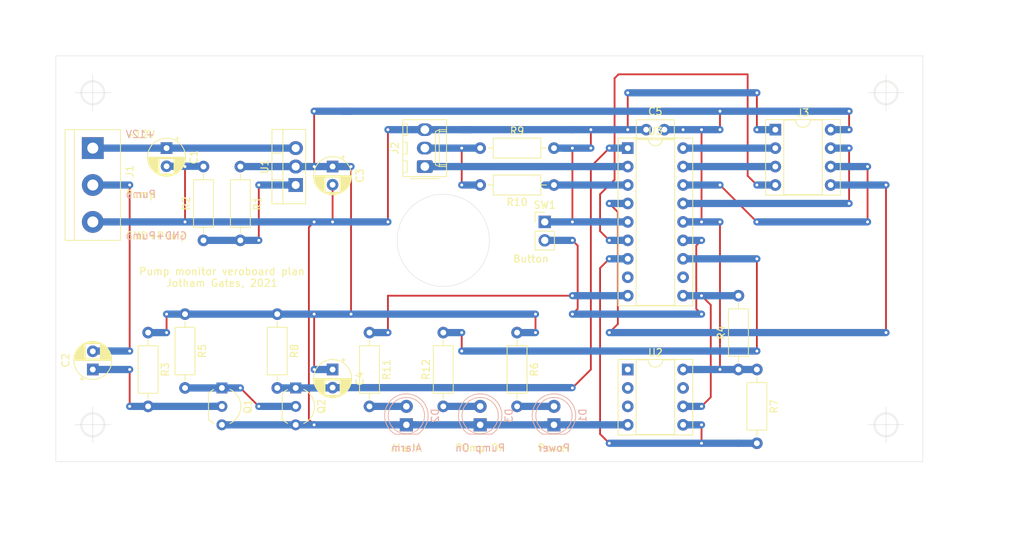
<source format=kicad_pcb>
(kicad_pcb (version 20211014) (generator pcbnew)
  (layers (0 "F.Cu" signal) (31 "B.Cu" signal) (34 "B.Paste" user) (35 "F.Paste" user) (36 "B.SilkS" user "B.Silkscreen") (37 "F.SilkS" user "F.Silkscreen") (38 "B.Mask" user) (39 "F.Mask" user) (44 "Edge.Cuts" user))
  (net 0 "")
  (net 1 "Earth")
  (net 2 "+12V")
  (net 3 "Net-(J1-Pad2)")
  (net 4 "Net-(Q1-Pad2)")
  (net 5 "+3V3")
  (net 6 "Net-(Q2-Pad1)")
  (net 7 "Net-(D1-Pad2)")
  (net 8 "Net-(D2-Pad2)")
  (net 9 "Net-(D3-Pad2)")
  (net 10 "Net-(J2-Pad2)")
  (net 11 "Net-(J3-Pad4)")
  (net 12 "Net-(J3-Pad7)")
  (net 13 "Net-(J3-Pad3)")
  (net 14 "Net-(J3-Pad6)")
  (net 15 "Net-(J3-Pad2)")
  (net 16 "Net-(J3-Pad5)")
  (net 17 "Net-(Q1-Pad1)")
  (net 18 "Net-(R1-Pad2)")
  (net 19 "Net-(R4-Pad2)")
  (net 20 "Net-(R7-Pad2)")
  (net 21 "Net-(R10-Pad1)")
  (net 22 "Net-(R11-Pad1)")
  (net 23 "Net-(R12-Pad2)")
  (net 24 "Net-(SW1-Pad2)")
  (net 31 "Net-(J2-Pad1)")
  (footprint "Capacitor_THT:CP_Radial_D5.0mm_P2.50mm" (layer "F.Cu") (at 109.22 109.22 -90)
    (fp_text reference "C1" (at 1.25 -3.75 90) (layer "F.SilkS"))
    (fp_text value "100u")
    (pad "1" thru_hole rect locked (at 0 0 270) (size 1.6 1.6) (drill 0.8) (layers *.Cu *.Mask) (net 2 "+12V"))
    (pad "2" thru_hole circle locked (at 2.5 0 270) (size 1.6 1.6) (drill 0.8) (layers *.Cu *.Mask) (net 1 "Earth"))
  )
  (footprint "Capacitor_THT:CP_Radial_D5.0mm_P2.50mm" (layer "F.Cu") (at 99.06 139.7 90)
    (fp_text reference "C2" (at 1.25 -3.75 90) (layer "F.SilkS"))
    (fp_text value "10u")
    (pad "1" thru_hole rect locked (at 0 0 90) (size 1.6 1.6) (drill 0.8) (layers *.Cu *.Mask) (net 4 "Net-(Q1-Pad2)"))
    (pad "2" thru_hole circle locked (at 2.5 0 90) (size 1.6 1.6) (drill 0.8) (layers *.Cu *.Mask) (net 3 "Net-(J1-Pad2)"))
  )
  (footprint "Capacitor_THT:CP_Radial_D5.0mm_P2.50mm" (layer "F.Cu") (at 132.08 111.76 -90)
    (fp_text reference "C3" (at 1.25 -3.75 90) (layer "F.SilkS"))
    (fp_text value "100u")
    (pad "1" thru_hole rect locked (at 0 0 270) (size 1.6 1.6) (drill 0.8) (layers *.Cu *.Mask) (net 5 "+3V3"))
    (pad "2" thru_hole circle locked (at 2.5 0 270) (size 1.6 1.6) (drill 0.8) (layers *.Cu *.Mask) (net 1 "Earth"))
  )
  (footprint "Capacitor_THT:CP_Radial_D5.0mm_P2.50mm" (layer "F.Cu") (at 132.08 139.7 -90)
    (fp_text reference "C4" (at 1.25 -3.75 90) (layer "F.SilkS"))
    (fp_text value "33u")
    (pad "1" thru_hole rect locked (at 0 0 270) (size 1.6 1.6) (drill 0.8) (layers *.Cu *.Mask) (net 5 "+3V3"))
    (pad "2" thru_hole circle locked (at 2.5 0 270) (size 1.6 1.6) (drill 0.8) (layers *.Cu *.Mask) (net 6 "Net-(Q2-Pad1)"))
  )
  (footprint "TerminalBlock:TerminalBlock_bornier-3_P5.08mm" (layer "F.Cu") (at 99.06 109.22 -90)
    (fp_text reference "J1" (at 3.175 -5.08 90) (layer "F.SilkS"))
    (fp_text value "Power & Current Sense")
    (pad "1" thru_hole rect locked (at 0 0 270) (size 3 3) (drill 1.52) (layers *.Cu *.Mask) (net 2 "+12V"))
    (pad "2" thru_hole circle locked (at 5.08 0 270) (size 3 3) (drill 1.52) (layers *.Cu *.Mask) (net 3 "Net-(J1-Pad2)"))
    (pad "3" thru_hole circle locked (at 10.16 0 270) (size 3 3) (drill 1.52) (layers *.Cu *.Mask) (net 1 "Earth"))
  )
  (footprint "Connector_Molex:Molex_KK-254_AE-6410-03A_1x03_P2.54mm_Vertical" (layer "F.Cu") (at 144.78 111.76 90)
    (fp_text reference "J2" (at 2.54 -4.12 90) (layer "F.SilkS"))
    (fp_text value "Programming")
    (pad "1" thru_hole roundrect locked (at 0 0 90) (size 1.74 2.19) (drill 1.19) (layers *.Cu *.Mask) (roundrect_rratio 0.1436775862) (net 31 "Net-(J2-Pad1)"))
    (pad "2" thru_hole oval locked (at 2.54 0 90) (size 1.74 2.19) (drill 1.19) (layers *.Cu *.Mask) (net 10 "Net-(J2-Pad2)"))
    (pad "3" thru_hole oval locked (at 5.08 0 90) (size 1.74 2.19) (drill 1.19) (layers *.Cu *.Mask) (net 1 "Earth"))
  )
  (footprint "Package_DIP:DIP-8_W7.62mm_Socket" (layer "F.Cu") (at 193.04 106.68)
    (fp_text reference "J3" (at 3.81 -2.33) (layer "F.SilkS"))
    (fp_text value "Ra01_Breakout_Module")
    (pad "1" thru_hole rect locked (at 0 0) (size 1.6 1.6) (drill 0.8) (layers *.Cu *.Mask) (net 1 "Earth"))
    (pad "2" thru_hole oval locked (at 0 2.54) (size 1.6 1.6) (drill 0.8) (layers *.Cu *.Mask) (net 15 "Net-(J3-Pad2)"))
    (pad "3" thru_hole oval locked (at 0 5.08) (size 1.6 1.6) (drill 0.8) (layers *.Cu *.Mask) (net 13 "Net-(J3-Pad3)"))
    (pad "4" thru_hole oval locked (at 0 7.62) (size 1.6 1.6) (drill 0.8) (layers *.Cu *.Mask) (net 11 "Net-(J3-Pad4)"))
    (pad "5" thru_hole oval locked (at 7.62 7.62) (size 1.6 1.6) (drill 0.8) (layers *.Cu *.Mask) (net 16 "Net-(J3-Pad5)"))
    (pad "6" thru_hole oval locked (at 7.62 5.08) (size 1.6 1.6) (drill 0.8) (layers *.Cu *.Mask) (net 14 "Net-(J3-Pad6)"))
    (pad "7" thru_hole oval locked (at 7.62 2.54) (size 1.6 1.6) (drill 0.8) (layers *.Cu *.Mask) (net 12 "Net-(J3-Pad7)"))
    (pad "8" thru_hole oval locked (at 7.62 0) (size 1.6 1.6) (drill 0.8) (layers *.Cu *.Mask) (net 5 "+3V3"))
  )
  (footprint "Package_TO_SOT_THT:TO-92_Inline_Wide" (layer "F.Cu") (at 116.84 142.24 -90)
    (fp_text reference "Q1" (at 2.54 -3.56 90) (layer "F.SilkS"))
    (fp_text value "BC548")
    (pad "1" thru_hole rect locked (at 0 0 270) (size 1.5 1.5) (drill 0.8) (layers *.Cu *.Mask) (net 17 "Net-(Q1-Pad1)"))
    (pad "2" thru_hole circle locked (at 2.54 0 270) (size 1.5 1.5) (drill 0.8) (layers *.Cu *.Mask) (net 4 "Net-(Q1-Pad2)"))
    (pad "3" thru_hole circle locked (at 5.08 0 270) (size 1.5 1.5) (drill 0.8) (layers *.Cu *.Mask) (net 1 "Earth"))
  )
  (footprint "Package_TO_SOT_THT:TO-92_Inline_Wide" (layer "F.Cu") (at 127 142.24 -90)
    (fp_text reference "Q2" (at 2.54 -3.56 90) (layer "F.SilkS"))
    (fp_text value "BC548")
    (pad "1" thru_hole rect locked (at 0 0 270) (size 1.5 1.5) (drill 0.8) (layers *.Cu *.Mask) (net 6 "Net-(Q2-Pad1)"))
    (pad "2" thru_hole circle locked (at 2.54 0 270) (size 1.5 1.5) (drill 0.8) (layers *.Cu *.Mask) (net 17 "Net-(Q1-Pad1)"))
    (pad "3" thru_hole circle locked (at 5.08 0 270) (size 1.5 1.5) (drill 0.8) (layers *.Cu *.Mask) (net 1 "Earth"))
  )
  (footprint "Resistor_THT:R_Axial_DIN0207_L6.3mm_D2.5mm_P10.16mm_Horizontal" (layer "F.Cu") (at 119.38 111.76 -90)
    (fp_text reference "R1" (at 5.08 -2.37 90) (layer "F.SilkS"))
    (fp_text value "270")
    (pad "1" thru_hole circle locked (at 0 0 270) (size 1.6 1.6) (drill 0.8) (layers *.Cu *.Mask) (net 5 "+3V3"))
    (pad "2" thru_hole oval locked (at 10.16 0 270) (size 1.6 1.6) (drill 0.8) (layers *.Cu *.Mask) (net 18 "Net-(R1-Pad2)"))
  )
  (footprint "Resistor_THT:R_Axial_DIN0207_L6.3mm_D2.5mm_P10.16mm_Horizontal" (layer "F.Cu") (at 114.3 121.92 90)
    (fp_text reference "R2" (at 5.08 -2.37 90) (layer "F.SilkS"))
    (fp_text value "470")
    (pad "1" thru_hole circle locked (at 0 0 90) (size 1.6 1.6) (drill 0.8) (layers *.Cu *.Mask) (net 18 "Net-(R1-Pad2)"))
    (pad "2" thru_hole oval locked (at 10.16 0 90) (size 1.6 1.6) (drill 0.8) (layers *.Cu *.Mask) (net 1 "Earth"))
  )
  (footprint "Resistor_THT:R_Axial_DIN0207_L6.3mm_D2.5mm_P10.16mm_Horizontal" (layer "F.Cu") (at 106.68 134.62 -90)
    (fp_text reference "R3" (at 5.08 -2.37 90) (layer "F.SilkS"))
    (fp_text value "220k")
    (pad "1" thru_hole circle locked (at 0 0 270) (size 1.6 1.6) (drill 0.8) (layers *.Cu *.Mask) (net 5 "+3V3"))
    (pad "2" thru_hole oval locked (at 10.16 0 270) (size 1.6 1.6) (drill 0.8) (layers *.Cu *.Mask) (net 4 "Net-(Q1-Pad2)"))
  )
  (footprint "Resistor_THT:R_Axial_DIN0207_L6.3mm_D2.5mm_P10.16mm_Horizontal" (layer "F.Cu") (at 111.76 132.08 -90)
    (fp_text reference "R5" (at 5.08 -2.37 90) (layer "F.SilkS"))
    (fp_text value "2.2k")
    (pad "1" thru_hole circle locked (at 0 0 270) (size 1.6 1.6) (drill 0.8) (layers *.Cu *.Mask) (net 5 "+3V3"))
    (pad "2" thru_hole oval locked (at 10.16 0 270) (size 1.6 1.6) (drill 0.8) (layers *.Cu *.Mask) (net 17 "Net-(Q1-Pad1)"))
  )
  (footprint "Resistor_THT:R_Axial_DIN0207_L6.3mm_D2.5mm_P10.16mm_Horizontal" (layer "F.Cu") (at 157.48 134.62 -90)
    (fp_text reference "R6" (at 5.08 -2.37 90) (layer "F.SilkS"))
    (fp_text value "150")
    (pad "1" thru_hole circle locked (at 0 0 270) (size 1.6 1.6) (drill 0.8) (layers *.Cu *.Mask) (net 5 "+3V3"))
    (pad "2" thru_hole oval locked (at 10.16 0 270) (size 1.6 1.6) (drill 0.8) (layers *.Cu *.Mask) (net 7 "Net-(D1-Pad2)"))
  )
  (footprint "Resistor_THT:R_Axial_DIN0207_L6.3mm_D2.5mm_P10.16mm_Horizontal" (layer "F.Cu") (at 124.46 132.08 -90)
    (fp_text reference "R8" (at 5.08 -2.37 90) (layer "F.SilkS"))
    (fp_text value "2.2k")
    (pad "1" thru_hole circle locked (at 0 0 270) (size 1.6 1.6) (drill 0.8) (layers *.Cu *.Mask) (net 5 "+3V3"))
    (pad "2" thru_hole oval locked (at 10.16 0 270) (size 1.6 1.6) (drill 0.8) (layers *.Cu *.Mask) (net 6 "Net-(Q2-Pad1)"))
  )
  (footprint "Resistor_THT:R_Axial_DIN0207_L6.3mm_D2.5mm_P10.16mm_Horizontal" (layer "F.Cu") (at 152.4 109.22)
    (fp_text reference "R9" (at 5.08 -2.37) (layer "F.SilkS"))
    (fp_text value "10k")
    (pad "1" thru_hole circle locked (at 0 0) (size 1.6 1.6) (drill 0.8) (layers *.Cu *.Mask) (net 10 "Net-(J2-Pad2)"))
    (pad "2" thru_hole oval locked (at 10.16 0) (size 1.6 1.6) (drill 0.8) (layers *.Cu *.Mask) (net 1 "Earth"))
  )
  (footprint "Resistor_THT:R_Axial_DIN0207_L6.3mm_D2.5mm_P10.16mm_Horizontal" (layer "F.Cu") (at 162.56 114.3 180)
    (fp_text reference "R10" (at 5.08 -2.37) (layer "F.SilkS"))
    (fp_text value "22k")
    (pad "1" thru_hole circle locked (at 0 0 180) (size 1.6 1.6) (drill 0.8) (layers *.Cu *.Mask) (net 21 "Net-(R10-Pad1)"))
    (pad "2" thru_hole oval locked (at 10.16 0 180) (size 1.6 1.6) (drill 0.8) (layers *.Cu *.Mask) (net 10 "Net-(J2-Pad2)"))
  )
  (footprint "Resistor_THT:R_Axial_DIN0207_L6.3mm_D2.5mm_P10.16mm_Horizontal" (layer "F.Cu") (at 137.16 134.62 -90)
    (fp_text reference "R11" (at 5.08 -2.37 90) (layer "F.SilkS"))
    (fp_text value "180")
    (pad "1" thru_hole circle locked (at 0 0 270) (size 1.6 1.6) (drill 0.8) (layers *.Cu *.Mask) (net 22 "Net-(R11-Pad1)"))
    (pad "2" thru_hole oval locked (at 10.16 0 270) (size 1.6 1.6) (drill 0.8) (layers *.Cu *.Mask) (net 8 "Net-(D2-Pad2)"))
  )
  (footprint "Resistor_THT:R_Axial_DIN0207_L6.3mm_D2.5mm_P10.16mm_Horizontal" (layer "F.Cu") (at 147.32 144.78 90)
    (fp_text reference "R12" (at 5.08 -2.37 90) (layer "F.SilkS"))
    (fp_text value "150")
    (pad "1" thru_hole circle locked (at 0 0 90) (size 1.6 1.6) (drill 0.8) (layers *.Cu *.Mask) (net 9 "Net-(D3-Pad2)"))
    (pad "2" thru_hole oval locked (at 10.16 0 90) (size 1.6 1.6) (drill 0.8) (layers *.Cu *.Mask) (net 23 "Net-(R12-Pad2)"))
  )
  (footprint "Connector_PinHeader_2.54mm:PinHeader_1x02_P2.54mm_Vertical" (layer "F.Cu") (at 161.29 119.38)
    (fp_text reference "SW1" (at 0 -2.33) (layer "F.SilkS"))
    (fp_text value "SW_Push")
    (pad "1" thru_hole rect locked (at 0 0) (size 1.7 1.7) (drill 1) (layers *.Cu *.Mask) (net 1 "Earth"))
    (pad "2" thru_hole oval locked (at 0 2.54) (size 1.7 1.7) (drill 1) (layers *.Cu *.Mask) (net 24 "Net-(SW1-Pad2)"))
  )
  (footprint "Package_TO_SOT_THT:TO-220-3_Vertical" (layer "F.Cu") (at 127 114.3 90)
    (fp_text reference "U1" (at 2.54 -4.27 90) (layer "F.SilkS"))
    (fp_text value "LM317_TO-220")
    (pad "1" thru_hole rect locked (at 0 0 90) (size 1.905 2) (drill 1.1) (layers *.Cu *.Mask) (net 18 "Net-(R1-Pad2)"))
    (pad "2" thru_hole oval locked (at 2.54 0 90) (size 1.905 2) (drill 1.1) (layers *.Cu *.Mask) (net 5 "+3V3"))
    (pad "3" thru_hole oval locked (at 5.08 0 90) (size 1.905 2) (drill 1.1) (layers *.Cu *.Mask) (net 2 "+12V"))
  )
  (footprint "Package_DIP:DIP-18_W7.62mm_Socket" (layer "F.Cu") (at 172.72 109.22)
    (fp_text reference "U3" (at 3.81 -2.33) (layer "F.SilkS"))
    (fp_text value "PICAXE-18M2")
    (pad "1" thru_hole rect locked (at 0 0) (size 1.6 1.6) (drill 0.8) (layers *.Cu *.Mask) (net 6 "Net-(Q2-Pad1)"))
    (pad "2" thru_hole oval locked (at 0 2.54) (size 1.6 1.6) (drill 0.8) (layers *.Cu *.Mask) (net 31 "Net-(J2-Pad1)"))
    (pad "3" thru_hole oval locked (at 0 5.08) (size 1.6 1.6) (drill 0.8) (layers *.Cu *.Mask) (net 21 "Net-(R10-Pad1)"))
    (pad "4" thru_hole oval locked (at 0 7.62) (size 1.6 1.6) (drill 0.8) (layers *.Cu *.Mask) (net 16 "Net-(J3-Pad5)"))
    (pad "5" thru_hole oval locked (at 0 10.16) (size 1.6 1.6) (drill 0.8) (layers *.Cu *.Mask) (net 1 "Earth"))
    (pad "6" thru_hole oval locked (at 0 12.7) (size 1.6 1.6) (drill 0.8) (layers *.Cu *.Mask) (net 11 "Net-(J3-Pad4)"))
    (pad "7" thru_hole oval locked (at 0 15.24) (size 1.6 1.6) (drill 0.8) (layers *.Cu *.Mask) (net 20 "Net-(R7-Pad2)"))
    (pad "8" thru_hole oval locked (at 0 17.78) (size 1.6 1.6) (drill 0.8) (layers *.Cu *.Mask))
    (pad "9" thru_hole oval locked (at 0 20.32) (size 1.6 1.6) (drill 0.8) (layers *.Cu *.Mask) (net 22 "Net-(R11-Pad1)"))
    (pad "10" thru_hole oval locked (at 7.62 20.32) (size 1.6 1.6) (drill 0.8) (layers *.Cu *.Mask) (net 19 "Net-(R4-Pad2)"))
    (pad "11" thru_hole oval locked (at 7.62 17.78) (size 1.6 1.6) (drill 0.8) (layers *.Cu *.Mask))
    (pad "12" thru_hole oval locked (at 7.62 15.24) (size 1.6 1.6) (drill 0.8) (layers *.Cu *.Mask) (net 23 "Net-(R12-Pad2)"))
    (pad "13" thru_hole oval locked (at 7.62 12.7) (size 1.6 1.6) (drill 0.8) (layers *.Cu *.Mask) (net 24 "Net-(SW1-Pad2)"))
    (pad "14" thru_hole oval locked (at 7.62 10.16) (size 1.6 1.6) (drill 0.8) (layers *.Cu *.Mask) (net 5 "+3V3"))
    (pad "15" thru_hole oval locked (at 7.62 7.62) (size 1.6 1.6) (drill 0.8) (layers *.Cu *.Mask) (net 12 "Net-(J3-Pad7)"))
    (pad "16" thru_hole oval locked (at 7.62 5.08) (size 1.6 1.6) (drill 0.8) (layers *.Cu *.Mask) (net 14 "Net-(J3-Pad6)"))
    (pad "17" thru_hole oval locked (at 7.62 2.54) (size 1.6 1.6) (drill 0.8) (layers *.Cu *.Mask) (net 13 "Net-(J3-Pad3)"))
    (pad "18" thru_hole oval locked (at 7.62 0) (size 1.6 1.6) (drill 0.8) (layers *.Cu *.Mask) (net 15 "Net-(J3-Pad2)"))
  )
  (footprint "Resistor_THT:R_Axial_DIN0207_L6.3mm_D2.5mm_P10.16mm_Horizontal" (layer "F.Cu") (at 190.5 139.7 -90)
    (fp_text reference "R7" (at 5.08 -2.37 90) (layer "F.SilkS"))
    (fp_text value "10k")
    (pad "1" thru_hole circle locked (at 0 0 270) (size 1.6 1.6) (drill 0.8) (layers *.Cu *.Mask) (net 5 "+3V3"))
    (pad "2" thru_hole oval locked (at 10.16 0 270) (size 1.6 1.6) (drill 0.8) (layers *.Cu *.Mask) (net 20 "Net-(R7-Pad2)"))
  )
  (footprint "Capacitor_THT:C_Disc_D5.0mm_W2.5mm_P2.50mm" (layer "F.Cu") (at 175.26 106.68)
    (fp_text reference "C5" (at 1.25 -2.5) (layer "F.SilkS"))
    (fp_text value "100n")
    (pad "1" thru_hole circle locked (at 0 0) (size 1.6 1.6) (drill 0.8) (layers *.Cu *.Mask) (net 1 "Earth"))
    (pad "2" thru_hole circle locked (at 2.5 0) (size 1.6 1.6) (drill 0.8) (layers *.Cu *.Mask) (net 5 "+3V3"))
  )
  (footprint "Resistor_THT:R_Axial_DIN0207_L6.3mm_D2.5mm_P10.16mm_Horizontal" (layer "F.Cu") (at 187.96 139.7 90)
    (fp_text reference "R4" (at 5.08 -2.37 90) (layer "F.SilkS"))
    (fp_text value "10k")
    (pad "1" thru_hole circle locked (at 0 0 90) (size 1.6 1.6) (drill 0.8) (layers *.Cu *.Mask) (net 5 "+3V3"))
    (pad "2" thru_hole oval locked (at 10.16 0 90) (size 1.6 1.6) (drill 0.8) (layers *.Cu *.Mask) (net 19 "Net-(R4-Pad2)"))
  )
  (footprint "Package_DIP:DIP-8_W7.62mm_Socket" (layer "F.Cu") (at 172.72 139.7)
    (fp_text reference "U2" (at 3.81 -2.33) (layer "F.SilkS"))
    (fp_text value "24LC16")
    (pad "1" thru_hole rect locked (at 0 0) (size 1.6 1.6) (drill 0.8) (layers *.Cu *.Mask))
    (pad "2" thru_hole oval locked (at 0 2.54) (size 1.6 1.6) (drill 0.8) (layers *.Cu *.Mask))
    (pad "3" thru_hole oval locked (at 0 5.08) (size 1.6 1.6) (drill 0.8) (layers *.Cu *.Mask))
    (pad "4" thru_hole oval locked (at 0 7.62) (size 1.6 1.6) (drill 0.8) (layers *.Cu *.Mask) (net 1 "Earth"))
    (pad "5" thru_hole oval locked (at 7.62 7.62) (size 1.6 1.6) (drill 0.8) (layers *.Cu *.Mask) (net 20 "Net-(R7-Pad2)"))
    (pad "6" thru_hole oval locked (at 7.62 5.08) (size 1.6 1.6) (drill 0.8) (layers *.Cu *.Mask) (net 19 "Net-(R4-Pad2)"))
    (pad "7" thru_hole oval locked (at 7.62 2.54) (size 1.6 1.6) (drill 0.8) (layers *.Cu *.Mask))
    (pad "8" thru_hole oval locked (at 7.62 0) (size 1.6 1.6) (drill 0.8) (layers *.Cu *.Mask) (net 5 "+3V3"))
  )
  (footprint "LED_THT:LED_D5.0mm_Clear" (layer "B.Cu") (at 162.56 147.32 90)
    (fp_text reference "D1" (at 1.27 3.96 270) (layer "B.SilkS") (effects (justify mirror)))
    (fp_text value "Power")
    (pad "1" thru_hole rect locked (at 0 0 90) (size 1.8 1.8) (drill 0.9) (layers *.Cu *.Mask) (net 1 "Earth"))
    (pad "2" thru_hole circle locked (at 2.54 0 90) (size 1.8 1.8) (drill 0.9) (layers *.Cu *.Mask) (net 7 "Net-(D1-Pad2)"))
  )
  (footprint "LED_THT:LED_D5.0mm_Clear" (layer "B.Cu") (at 142.24 147.32 90)
    (fp_text reference "D2" (at 1.27 3.96 270) (layer "B.SilkS") (effects (justify mirror)))
    (fp_text value "Alarm")
    (pad "1" thru_hole rect locked (at 0 0 90) (size 1.8 1.8) (drill 0.9) (layers *.Cu *.Mask) (net 1 "Earth"))
    (pad "2" thru_hole circle locked (at 2.54 0 90) (size 1.8 1.8) (drill 0.9) (layers *.Cu *.Mask) (net 8 "Net-(D2-Pad2)"))
  )
  (footprint "LED_THT:LED_D5.0mm_Clear" (layer "B.Cu") (at 152.4 147.32 90)
    (fp_text reference "D3" (at 1.27 3.96 270) (layer "B.SilkS") (effects (justify mirror)))
    (fp_text value "Pump On")
    (pad "1" thru_hole rect locked (at 0 0 90) (size 1.8 1.8) (drill 0.9) (layers *.Cu *.Mask) (net 1 "Earth"))
    (pad "2" thru_hole circle locked (at 2.54 0 90) (size 1.8 1.8) (drill 0.9) (layers *.Cu *.Mask) (net 9 "Net-(D3-Pad2)"))
  )
  (gr_line (start 93.98 96.52) (end 93.98 152.4) (layer "Edge.Cuts") (width 0.05))
  (gr_line (start 213.36 96.52) (end 93.98 96.52) (layer "Edge.Cuts") (width 0.05))
  (gr_circle (center 99.06 147.32) (end 100.56 147.32) (layer "Edge.Cuts") (width 0.05) (fill none))
  (gr_line (start 93.98 152.4) (end 213.36 152.4) (layer "Edge.Cuts") (width 0.05))
  (gr_circle (center 208.28 147.32) (end 209.78 147.32) (layer "Edge.Cuts") (width 0.05) (fill none))
  (gr_line (start 213.36 152.4) (end 213.36 96.52) (layer "Edge.Cuts") (width 0.05))
  (gr_circle (center 147.32 121.92) (end 153.67 121.92) (layer "Edge.Cuts") (width 0.05) (fill none))
  (gr_circle (center 208.28 101.6) (end 209.78 101.6) (layer "Edge.Cuts") (width 0.05) (fill none))
  (gr_circle (center 99.06 101.6) (end 100.56 101.6) (layer "Edge.Cuts") (width 0.05) (fill none))
  (gr_text "Pump On" (at 152.4 150.495) (layer "B.SilkS") (effects (font (size 1 1)) (justify mirror)))
  (gr_text "Alarm" (at 142.24 150.495) (layer "B.SilkS") (effects (font (size 1 1)) (justify mirror)))
  (gr_text "Power" (at 162.56 150.495) (layer "B.SilkS") (effects (font (size 1 1)) (justify mirror)))
  (gr_text "+12V" (at 103.505 107.315) (layer "B.SilkS") (effects (font (size 1 1)) (justify right mirror)))
  (gr_text "Pump" (at 103.505 115.57) (layer "B.SilkS") (effects (font (size 1 1)) (justify right mirror)))
  (gr_text "GND+Pump" (at 103.505 121.285) (layer "B.SilkS") (effects (font (size 1 1)) (justify right mirror)))
  (gr_text "+12V" (at 103.505 107.315) (layer "F.SilkS") (effects (font (size 1 1)) (justify left)))
  (gr_text "Power" (at 162.56 150.495) (layer "F.SilkS") (effects (font (size 1 1))))
  (gr_text "Pump monitor veroboard plan\nJotham Gates, 2021" (at 116.84 127) (layer "F.SilkS") (effects (font (size 1 1))))
  (gr_text "Pump On" (at 152.4 150.495) (layer "F.SilkS") (effects (font (size 1 1))))
  (gr_text "Pump" (at 103.505 115.57) (layer "F.SilkS") (effects (font (size 1 1)) (justify left)))
  (gr_text "Alarm" (at 142.24 150.495) (layer "F.SilkS") (effects (font (size 1 1))))
  (gr_text "GND+Pump" (at 103.505 121.285) (layer "F.SilkS") (effects (font (size 1 1)) (justify left)))
  (gr_text "Button" (at 159.385 124.46) (layer "F.SilkS") (effects (font (size 1 1))))
  (target plus (at 99.06 147.32) (size 5) (width 0.05) (layer "Edge.Cuts"))
  (target plus (at 208.28 147.32) (size 5) (width 0.05) (layer "Edge.Cuts"))
  (target plus (at 208.28 101.6) (size 5) (width 0.05) (layer "Edge.Cuts"))
  (target plus (at 99.06 101.6) (size 5) (width 0.05) (layer "Edge.Cuts"))
  (segment (start 172.72 106.68) (end 172.72 101.6) (width 0.25) (layer "F.Cu") (net 1))
  (segment (start 128.814993 120.105007) (end 128.814993 146.594993) (width 0.25) (layer "F.Cu") (net 1))
  (segment (start 167.64 109.22) (end 167.64 106.68) (width 0.25) (layer "F.Cu") (net 1))
  (segment (start 132.08 114.26) (end 132.08 119.38) (width 0.25) (layer "F.Cu") (net 1))
  (segment (start 139.7 119.38) (end 139.7 106.68) (width 0.25) (layer "F.Cu") (net 1))
  (segment (start 165.1 119.38) (end 165.1 109.22) (width 0.25) (layer "F.Cu") (net 1))
  (segment (start 190.5 101.6) (end 190.5 106.68) (width 0.25) (layer "F.Cu") (net 1))
  (segment (start 111.76 119.38) (end 111.76 111.76) (width 0.25) (layer "F.Cu") (net 1))
  (segment (start 129.140001 146.920001) (end 129.54 147.32) (width 0.25) (layer "F.Cu") (net 1))
  (segment (start 129.54 119.38) (end 128.814993 120.105007) (width 0.25) (layer "F.Cu") (net 1))
  (segment (start 128.814993 146.594993) (end 129.140001 146.920001) (width 0.25) (layer "F.Cu") (net 1))
  (via (at 139.7 119.38) (size 0.8) (drill 0.4) (layers "F.Cu" "B.Cu") (net 1))
  (via (at 139.7 106.68) (size 0.8) (drill 0.4) (layers "F.Cu" "B.Cu") (net 1))
  (via (at 129.54 119.38) (size 0.8) (drill 0.4) (layers "F.Cu" "B.Cu") (net 1))
  (via (at 167.64 106.68) (size 0.8) (drill 0.4) (layers "F.Cu" "B.Cu") (net 1))
  (via (at 172.72 106.68) (size 0.8) (drill 0.4) (layers "F.Cu" "B.Cu") (net 1))
  (via (at 165.1 109.22) (size 0.8) (drill 0.4) (layers "F.Cu" "B.Cu") (net 1))
  (via (at 172.72 101.6) (size 0.8) (drill 0.4) (layers "F.Cu" "B.Cu") (net 1))
  (via (at 129.54 147.32) (size 0.8) (drill 0.4) (layers "F.Cu" "B.Cu") (net 1))
  (via (at 111.76 111.76) (size 0.8) (drill 0.4) (layers "F.Cu" "B.Cu") (net 1))
  (via (at 111.76 119.38) (size 0.8) (drill 0.4) (layers "F.Cu" "B.Cu") (net 1))
  (via (at 165.1 119.38) (size 0.8) (drill 0.4) (layers "F.Cu" "B.Cu") (net 1))
  (via (at 190.5 106.68) (size 0.8) (drill 0.4) (layers "F.Cu" "B.Cu") (net 1))
  (via (at 167.64 109.22) (size 0.8) (drill 0.4) (layers "F.Cu" "B.Cu") (net 1))
  (via (at 190.5 101.6) (size 0.8) (drill 0.4) (layers "F.Cu" "B.Cu") (net 1))
  (via (at 132.08 119.38) (size 0.8) (drill 0.4) (layers "F.Cu" "B.Cu") (net 1))
  (segment (start 168.91 147.32) (end 161.29 147.32) (width 1) (layer "B.Cu") (net 1))
  (segment (start 167.64 119.38) (end 170.18 119.38) (width 1) (layer "B.Cu") (net 1))
  (segment (start 172.72 147.32) (end 167.64 147.32) (width 1) (layer "B.Cu") (net 1))
  (segment (start 167.64 119.38) (end 172.72 119.38) (width 1) (layer "B.Cu") (net 1))
  (segment (start 129.54 147.32) (end 127 147.32) (width 1) (layer "B.Cu") (net 1))
  (segment (start 109.22 111.72) (end 111.8 111.72) (width 1) (layer "B.Cu") (net 1))
  (segment (start 190.5 101.6) (end 172.72 101.6) (width 1) (layer "B.Cu") (net 1))
  (segment (start 165.1 119.38) (end 161.29 119.38) (width 1) (layer "B.Cu") (net 1))
  (segment (start 165.1 106.68) (end 149.86 106.68) (width 1) (layer "B.Cu") (net 1))
  (segment (start 111.76 119.38) (end 129.54 119.38) (width 1) (layer "B.Cu") (net 1))
  (segment (start 139.7 106.68) (end 151.13 106.68) (width 1) (layer "B.Cu") (net 1))
  (segment (start 114.26 111.72) (end 114.3 111.76) (width 1) (layer "B.Cu") (net 1))
  (segment (start 170.18 106.68) (end 167.64 106.68) (width 1) (layer "B.Cu") (net 1))
  (segment (start 162.56 109.22) (end 165.1 109.22) (width 1) (layer "B.Cu") (net 1))
  (segment (start 111.8 111.72) (end 114.26 111.72) (width 1) (layer "B.Cu") (net 1))
  (segment (start 162.56 147.32) (end 142.24 147.32) (width 1) (layer "B.Cu") (net 1))
  (segment (start 129.54 147.32) (end 129.54 147.32) (width 1) (layer "B.Cu") (net 1))
  (segment (start 193.04 106.68) (end 190.5 106.68) (width 1) (layer "B.Cu") (net 1))
  (segment (start 99.06 119.38) (end 111.76 119.38) (width 1) (layer "B.Cu") (net 1))
  (segment (start 139.7 119.38) (end 132.08 119.38) (width 1) (layer "B.Cu") (net 1))
  (segment (start 167.64 119.38) (end 165.1 119.38) (width 1) (layer "B.Cu") (net 1))
  (segment (start 129.54 119.38) (end 132.08 119.38) (width 1) (layer "B.Cu") (net 1))
  (segment (start 170.18 106.68) (end 172.72 106.68) (width 1) (layer "B.Cu") (net 1))
  (segment (start 111.8 111.72) (end 111.76 111.76) (width 0.25) (layer "B.Cu") (net 1))
  (segment (start 165.1 109.22) (end 167.64 109.22) (width 1) (layer "B.Cu") (net 1))
  (segment (start 127 147.32) (end 116.84 147.32) (width 1) (layer "B.Cu") (net 1))
  (segment (start 172.72 106.68) (end 175.26 106.68) (width 1) (layer "B.Cu") (net 1))
  (segment (start 167.64 106.68) (end 165.1 106.68) (width 1) (layer "B.Cu") (net 1))
  (segment (start 165.1 109.22) (end 163.83 109.22) (width 1) (layer "B.Cu") (net 1))
  (segment (start 129.54 147.32) (end 143.51 147.32) (width 1) (layer "B.Cu") (net 1))
  (segment (start 99.06 109.22) (end 109.22 109.22) (width 1) (layer "B.Cu") (net 2))
  (segment (start 109.22 109.22) (end 127 109.22) (width 1) (layer "B.Cu") (net 2))
  (segment (start 104.14 114.3) (end 104.14 137.16) (width 0.25) (layer "F.Cu") (net 3))
  (via (at 104.14 137.16) (size 0.8) (drill 0.4) (layers "F.Cu" "B.Cu") (net 3))
  (via (at 104.14 114.3) (size 0.8) (drill 0.4) (layers "F.Cu" "B.Cu") (net 3))
  (segment (start 99.1 137.16) (end 99.06 137.2) (width 1) (layer "B.Cu") (net 3))
  (segment (start 104.14 137.16) (end 99.1 137.16) (width 1) (layer "B.Cu") (net 3))
  (segment (start 99.06 114.3) (end 104.14 114.3) (width 1) (layer "B.Cu") (net 3))
  (segment (start 104.14 139.7) (end 104.14 144.78) (width 0.25) (layer "F.Cu") (net 4))
  (via (at 104.14 139.7) (size 0.8) (drill 0.4) (layers "F.Cu" "B.Cu") (net 4))
  (via (at 104.14 144.78) (size 0.8) (drill 0.4) (layers "F.Cu" "B.Cu") (net 4))
  (segment (start 104.14 139.7) (end 99.06 139.7) (width 1) (layer "B.Cu") (net 4))
  (segment (start 104.14 144.78) (end 106.68 144.78) (width 1) (layer "B.Cu") (net 4))
  (segment (start 116.84 144.78) (end 106.68 144.78) (width 1) (layer "B.Cu") (net 4))
  (segment (start 116.84 144.78) (end 115.57 144.78) (width 1) (layer "B.Cu") (net 4))
  (segment (start 182.88 106.68) (end 182.88 119.38) (width 0.25) (layer "F.Cu") (net 5))
  (segment (start 129.54 132.080006) (end 129.540006 132.08) (width 0.25) (layer "F.Cu") (net 5))
  (segment (start 160.02 132.08) (end 160.02 134.62) (width 0.25) (layer "F.Cu") (net 5))
  (segment (start 185.42 132.08) (end 185.42 135.89) (width 0.25) (layer "F.Cu") (net 5))
  (segment (start 129.54 139.7) (end 129.54 132.080006) (width 0.25) (layer "F.Cu") (net 5))
  (segment (start 185.42 129.54) (end 185.42 119.38) (width 0.25) (layer "F.Cu") (net 5))
  (segment (start 134.62 111.76) (end 134.62 132.08) (width 0.25) (layer "F.Cu") (net 5))
  (segment (start 109.22 132.08) (end 109.22 134.62) (width 0.25) (layer "F.Cu") (net 5))
  (segment (start 185.42 129.54) (end 185.42 132.08) (width 0.25) (layer "F.Cu") (net 5))
  (segment (start 185.42 104.14) (end 185.42 106.68) (width 0.25) (layer "F.Cu") (net 5))
  (segment (start 185.42 139.7) (end 185.42 134.62) (width 0.25) (layer "F.Cu") (net 5))
  (segment (start 203.2 104.14) (end 203.2 106.68) (width 0.25) (layer "F.Cu") (net 5))
  (segment (start 129.54 111.76) (end 129.54 104.14) (width 0.25) (layer "F.Cu") (net 5))
  (via (at 182.88 119.38) (size 0.8) (drill 0.4) (layers "F.Cu" "B.Cu") (net 5))
  (via (at 185.42 119.38) (size 0.8) (drill 0.4) (layers "F.Cu" "B.Cu") (net 5))
  (via (at 182.88 106.68) (size 0.8) (drill 0.4) (layers "F.Cu" "B.Cu") (net 5))
  (via (at 185.42 139.7) (size 0.8) (drill 0.4) (layers "F.Cu" "B.Cu") (net 5))
  (via (at 180.34 106.68) (size 0.8) (drill 0.4) (layers "F.Cu" "B.Cu") (net 5))
  (via (at 185.42 106.68) (size 0.8) (drill 0.4) (layers "F.Cu" "B.Cu") (net 5))
  (via (at 160.02 132.08) (size 0.8) (drill 0.4) (layers "F.Cu" "B.Cu") (net 5))
  (via (at 134.62 111.76) (size 0.8) (drill 0.4) (layers "F.Cu" "B.Cu") (net 5))
  (via (at 129.54 104.14) (size 0.8) (drill 0.4) (layers "F.Cu" "B.Cu") (net 5))
  (via (at 203.2 106.68) (size 0.8) (drill 0.4) (layers "F.Cu" "B.Cu") (net 5))
  (via (at 109.22 134.62) (size 0.8) (drill 0.4) (layers "F.Cu" "B.Cu") (net 5))
  (via (at 109.22 132.08) (size 0.8) (drill 0.4) (layers "F.Cu" "B.Cu") (net 5))
  (via (at 129.54 139.7) (size 0.8) (drill 0.4) (layers "F.Cu" "B.Cu") (net 5))
  (via (at 160.02 134.62) (size 0.8) (drill 0.4) (layers "F.Cu" "B.Cu") (net 5))
  (via (at 134.62 132.08) (size 0.8) (drill 0.4) (layers "F.Cu" "B.Cu") (net 5))
  (via (at 129.54 111.76) (size 0.8) (drill 0.4) (layers "F.Cu" "B.Cu") (net 5))
  (via (at 203.2 104.14) (size 0.8) (drill 0.4) (layers "F.Cu" "B.Cu") (net 5))
  (via (at 129.540006 132.08) (size 0.8) (drill 0.4) (layers "F.Cu" "B.Cu") (net 5))
  (via (at 185.42 104.14) (size 0.8) (drill 0.4) (layers "F.Cu" "B.Cu") (net 5))
  (segment (start 187.96 139.7) (end 190.5 139.7) (width 1) (layer "B.Cu") (net 5))
  (segment (start 182.88 119.38) (end 180.34 119.38) (width 1) (layer "B.Cu") (net 5))
  (segment (start 180.34 106.68) (end 182.88 106.68) (width 1) (layer "B.Cu") (net 5))
  (segment (start 180.34 139.7) (end 182.88 139.7) (width 1) (layer "B.Cu") (net 5))
  (segment (start 185.42 139.7) (end 182.88 139.7) (width 1) (layer "B.Cu") (net 5))
  (segment (start 177.76 106.68) (end 180.34 106.68) (width 1) (layer "B.Cu") (net 5))
  (segment (start 185.42 119.38) (end 180.34 119.38) (width 1) (layer "B.Cu") (net 5))
  (segment (start 187.96 139.7) (end 185.42 139.7) (width 1) (layer "B.Cu") (net 5))
  (segment (start 111.76 132.08) (end 109.22 132.08) (width 1) (layer "B.Cu") (net 5))
  (segment (start 124.46 132.08) (end 129.540006 132.08) (width 1) (layer "B.Cu") (net 5))
  (segment (start 111.76 132.08) (end 124.46 132.08) (width 1) (layer "B.Cu") (net 5))
  (segment (start 203.2 106.68) (end 200.66 106.68) (width 1) (layer "B.Cu") (net 5))
  (segment (start 133.35 104.14) (end 185.42 104.14) (width 1) (layer "B.Cu") (net 5))
  (segment (start 132.08 139.7) (end 129.54 139.7) (width 1) (layer "B.Cu") (net 5))
  (segment (start 109.22 134.62) (end 106.68 134.62) (width 1) (layer "B.Cu") (net 5))
  (segment (start 185.42 106.68) (end 182.88 106.68) (width 1) (layer "B.Cu") (net 5))
  (segment (start 185.42 104.14) (end 203.2 104.14) (width 1) (layer "B.Cu") (net 5))
  (segment (start 129.54 111.76) (end 134.62 111.76) (width 1) (layer "B.Cu") (net 5))
  (segment (start 134.62 104.14) (end 129.54 104.14) (width 1) (layer "B.Cu") (net 5))
  (segment (start 160.02 134.62) (end 157.48 134.62) (width 1) (layer "B.Cu") (net 5))
  (segment (start 134.62 132.08) (end 160.02 132.08) (width 1) (layer "B.Cu") (net 5))
  (segment (start 119.38 111.76) (end 129.54 111.76) (width 1) (layer "B.Cu") (net 5))
  (segment (start 134.62 132.08) (end 129.540006 132.08) (width 1) (layer "B.Cu") (net 5))
  (segment (start 165.1 142.24) (end 167.64 139.7) (width 0.25) (layer "F.Cu") (net 6))
  (segment (start 167.64 139.7) (end 167.64 111.76) (width 0.25) (layer "F.Cu") (net 6))
  (segment (start 167.64 111.76) (end 170.18 109.22) (width 0.25) (layer "F.Cu") (net 6))
  (via (at 165.1 142.24) (size 0.8) (drill 0.4) (layers "F.Cu" "B.Cu") (net 6))
  (via (at 170.18 109.22) (size 0.8) (drill 0.4) (layers "F.Cu" "B.Cu") (net 6))
  (segment (start 132.12 142.24) (end 132.08 142.2) (width 1) (layer "B.Cu") (net 6))
  (segment (start 172.72 109.22) (end 170.18 109.22) (width 1) (layer "B.Cu") (net 6))
  (segment (start 132.08 142.2) (end 165.06 142.2) (width 1) (layer "B.Cu") (net 6))
  (segment (start 132.04 142.24) (end 132.08 142.2) (width 1) (layer "B.Cu") (net 6))
  (segment (start 127 142.24) (end 132.04 142.24) (width 1) (layer "B.Cu") (net 6))
  (segment (start 124.46 142.24) (end 127 142.24) (width 1) (layer "B.Cu") (net 6))
  (segment (start 157.48 144.78) (end 162.56 144.78) (width 1) (layer "B.Cu") (net 7))
  (segment (start 142.24 144.78) (end 137.16 144.78) (width 1) (layer "B.Cu") (net 8))
  (segment (start 147.32 144.78) (end 152.4 144.78) (width 1) (layer "B.Cu") (net 9))
  (segment (start 149.86 114.3) (end 149.86 109.22) (width 0.25) (layer "F.Cu") (net 10))
  (via (at 149.86 109.22) (size 0.8) (drill 0.4) (layers "F.Cu" "B.Cu") (net 10))
  (via (at 149.86 114.3) (size 0.8) (drill 0.4) (layers "F.Cu" "B.Cu") (net 10))
  (segment (start 152.4 114.3) (end 149.86 114.3) (width 1) (layer "B.Cu") (net 10))
  (segment (start 147.32 109.22) (end 152.4 109.22) (width 1) (layer "B.Cu") (net 10))
  (segment (start 147.32 109.22) (end 144.78 109.22) (width 1) (layer "B.Cu") (net 10))
  (segment (start 168.91 120.65) (end 170.18 121.92) (width 0.25) (layer "F.Cu") (net 11))
  (segment (start 170.905001 99.604999) (end 170.905001 113.574999) (width 0.25) (layer "F.Cu") (net 11))
  (segment (start 168.91 115.57) (end 168.91 120.65) (width 0.25) (layer "F.Cu") (net 11))
  (segment (start 189.23 113.03) (end 189.23 99.06) (width 0.25) (layer "F.Cu") (net 11))
  (segment (start 171.45 99.06) (end 170.905001 99.604999) (width 0.25) (layer "F.Cu") (net 11))
  (segment (start 189.23 99.06) (end 171.45 99.06) (width 0.25) (layer "F.Cu") (net 11))
  (segment (start 190.5 114.3) (end 189.23 113.03) (width 0.25) (layer "F.Cu") (net 11))
  (segment (start 170.905001 113.574999) (end 168.91 115.57) (width 0.25) (layer "F.Cu") (net 11))
  (via (at 190.5 114.3) (size 0.8) (drill 0.4) (layers "F.Cu" "B.Cu") (net 11))
  (via (at 170.18 121.92) (size 0.8) (drill 0.4) (layers "F.Cu" "B.Cu") (net 11))
  (segment (start 172.72 121.92) (end 170.18 121.92) (width 1) (layer "B.Cu") (net 11))
  (segment (start 193.04 114.3) (end 190.5 114.3) (width 1) (layer "B.Cu") (net 11))
  (segment (start 203.2 109.22) (end 203.2 116.84) (width 0.25) (layer "F.Cu") (net 12))
  (via (at 203.2 109.22) (size 0.8) (drill 0.4) (layers "F.Cu" "B.Cu") (net 12))
  (via (at 203.2 116.84) (size 0.8) (drill 0.4) (layers "F.Cu" "B.Cu") (net 12))
  (segment (start 203.2 116.84) (end 180.34 116.84) (width 1) (layer "B.Cu") (net 12))
  (segment (start 200.66 109.22) (end 203.2 109.22) (width 1) (layer "B.Cu") (net 12))
  (segment (start 180.34 111.76) (end 193.04 111.76) (width 1) (layer "B.Cu") (net 13))
  (segment (start 190.5 119.38) (end 185.42 114.3) (width 0.25) (layer "F.Cu") (net 14))
  (segment (start 205.74 111.76) (end 205.74 119.38) (width 0.25) (layer "F.Cu") (net 14))
  (via (at 190.5 119.38) (size 0.8) (drill 0.4) (layers "F.Cu" "B.Cu") (net 14))
  (via (at 205.74 111.76) (size 0.8) (drill 0.4) (layers "F.Cu" "B.Cu") (net 14))
  (via (at 205.74 119.38) (size 0.8) (drill 0.4) (layers "F.Cu" "B.Cu") (net 14))
  (via (at 185.42 114.3) (size 0.8) (drill 0.4) (layers "F.Cu" "B.Cu") (net 14))
  (segment (start 200.66 111.76) (end 205.74 111.76) (width 1) (layer "B.Cu") (net 14))
  (segment (start 185.42 114.3) (end 180.34 114.3) (width 1) (layer "B.Cu") (net 14))
  (segment (start 205.74 119.38) (end 190.5 119.38) (width 1) (layer "B.Cu") (net 14))
  (segment (start 193.04 109.22) (end 180.34 109.22) (width 1) (layer "B.Cu") (net 15))
  (segment (start 208.28 114.3) (end 208.28 134.62) (width 0.25) (layer "F.Cu") (net 16))
  (segment (start 171.35501 133.44499) (end 171.35501 118.01501) (width 0.25) (layer "F.Cu") (net 16))
  (segment (start 171.35501 118.01501) (end 170.18 116.84) (width 0.25) (layer "F.Cu") (net 16))
  (segment (start 170.18 134.62) (end 171.35501 133.44499) (width 0.25) (layer "F.Cu") (net 16))
  (via (at 170.18 134.62) (size 0.8) (drill 0.4) (layers "F.Cu" "B.Cu") (net 16))
  (via (at 170.18 116.84) (size 0.8) (drill 0.4) (layers "F.Cu" "B.Cu") (net 16))
  (via (at 208.28 114.3) (size 0.8) (drill 0.4) (layers "F.Cu" "B.Cu") (net 16))
  (via (at 208.28 134.62) (size 0.8) (drill 0.4) (layers "F.Cu" "B.Cu") (net 16))
  (segment (start 200.66 114.3) (end 208.28 114.3) (width 1) (layer "B.Cu") (net 16))
  (segment (start 170.18 116.84) (end 172.72 116.84) (width 1) (layer "B.Cu") (net 16))
  (segment (start 208.28 134.62) (end 170.18 134.62) (width 1) (layer "B.Cu") (net 16))
  (segment (start 119.38 142.24) (end 121.92 144.78) (width 0.25) (layer "F.Cu") (net 17))
  (via (at 121.92 144.78) (size 0.8) (drill 0.4) (layers "F.Cu" "B.Cu") (net 17))
  (via (at 119.38 142.24) (size 0.8) (drill 0.4) (layers "F.Cu" "B.Cu") (net 17))
  (segment (start 116.84 142.24) (end 119.38 142.24) (width 1) (layer "B.Cu") (net 17))
  (segment (start 121.92 144.78) (end 127 144.78) (width 1) (layer "B.Cu") (net 17))
  (segment (start 111.76 142.24) (end 116.84 142.24) (width 1) (layer "B.Cu") (net 17))
  (segment (start 121.92 114.3) (end 121.92 121.92) (width 0.25) (layer "F.Cu") (net 18))
  (via (at 121.92 121.92) (size 0.8) (drill 0.4) (layers "F.Cu" "B.Cu") (net 18))
  (via (at 121.92 114.3) (size 0.8) (drill 0.4) (layers "F.Cu" "B.Cu") (net 18))
  (segment (start 121.92 121.92) (end 119.38 121.92) (width 1) (layer "B.Cu") (net 18))
  (segment (start 127 114.3) (end 121.92 114.3) (width 1) (layer "B.Cu") (net 18))
  (segment (start 114.3 121.92) (end 119.38 121.92) (width 1) (layer "B.Cu") (net 18))
  (segment (start 182.88 144.78) (end 184.15 143.51) (width 0.25) (layer "F.Cu") (net 19))
  (segment (start 184.15 130.81) (end 182.88 129.54) (width 0.25) (layer "F.Cu") (net 19))
  (segment (start 184.15 143.51) (end 184.15 130.81) (width 0.25) (layer "F.Cu") (net 19))
  (via (at 182.88 129.54) (size 0.8) (drill 0.4) (layers "F.Cu" "B.Cu") (net 19))
  (via (at 182.88 144.78) (size 0.8) (drill 0.4) (layers "F.Cu" "B.Cu") (net 19))
  (segment (start 187.96 129.54) (end 185.42 129.54) (width 1) (layer "B.Cu") (net 19))
  (segment (start 180.34 129.54) (end 182.88 129.54) (width 1) (layer "B.Cu") (net 19))
  (segment (start 180.34 144.78) (end 182.88 144.78) (width 1) (layer "B.Cu") (net 19))
  (segment (start 182.88 129.54) (end 185.42 129.54) (width 1) (layer "B.Cu") (net 19))
  (segment (start 182.88 147.32) (end 182.88 149.86) (width 0.25) (layer "F.Cu") (net 20))
  (segment (start 170.18 149.86) (end 168.91 148.59) (width 0.25) (layer "F.Cu") (net 20))
  (segment (start 168.91 148.59) (end 168.91 125.73) (width 0.25) (layer "F.Cu") (net 20))
  (segment (start 168.91 125.73) (end 170.18 124.46) (width 0.25) (layer "F.Cu") (net 20))
  (via (at 170.18 149.86) (size 0.8) (drill 0.4) (layers "F.Cu" "B.Cu") (net 20))
  (via (at 182.88 149.86) (size 0.8) (drill 0.4) (layers "F.Cu" "B.Cu") (net 20))
  (via (at 170.18 124.46) (size 0.8) (drill 0.4) (layers "F.Cu" "B.Cu") (net 20))
  (via (at 182.88 147.32) (size 0.8) (drill 0.4) (layers "F.Cu" "B.Cu") (net 20))
  (segment (start 182.88 149.86) (end 187.96 149.86) (width 1) (layer "B.Cu") (net 20))
  (segment (start 187.96 149.86) (end 190.5 149.86) (width 1) (layer "B.Cu") (net 20))
  (segment (start 170.18 124.46) (end 172.72 124.46) (width 1) (layer "B.Cu") (net 20))
  (segment (start 180.34 147.32) (end 182.88 147.32) (width 1) (layer "B.Cu") (net 20))
  (segment (start 182.88 149.86) (end 170.18 149.86) (width 1) (layer "B.Cu") (net 20))
  (segment (start 165.1 114.3) (end 172.72 114.3) (width 1) (layer "B.Cu") (net 21))
  (segment (start 161.29 114.3) (end 165.1 114.3) (width 1) (layer "B.Cu") (net 21))
  (segment (start 139.7 129.54) (end 165.1 129.54) (width 0.25) (layer "F.Cu") (net 22))
  (segment (start 139.7 129.54) (end 139.7 134.62) (width 0.25) (layer "F.Cu") (net 22))
  (via (at 139.7 134.62) (size 0.8) (drill 0.4) (layers "F.Cu" "B.Cu") (net 22))
  (via (at 165.1 129.54) (size 0.8) (drill 0.4) (layers "F.Cu" "B.Cu") (net 22))
  (segment (start 172.72 129.54) (end 165.1 129.54) (width 1) (layer "B.Cu") (net 22))
  (segment (start 139.7 134.62) (end 137.16 134.62) (width 1) (layer "B.Cu") (net 22))
  (segment (start 149.86 134.62) (end 149.86 137.16) (width 0.25) (layer "F.Cu") (net 23))
  (segment (start 190.5 137.16) (end 190.5 124.46) (width 0.25) (layer "F.Cu") (net 23))
  (via (at 149.86 134.62) (size 0.8) (drill 0.4) (layers "F.Cu" "B.Cu") (net 23))
  (via (at 190.5 124.46) (size 0.8) (drill 0.4) (layers "F.Cu" "B.Cu") (net 23))
  (via (at 190.5 137.16) (size 0.8) (drill 0.4) (layers "F.Cu" "B.Cu") (net 23))
  (via (at 149.86 137.16) (size 0.8) (drill 0.4) (layers "F.Cu" "B.Cu") (net 23))
  (segment (start 147.32 134.62) (end 149.86 134.62) (width 1) (layer "B.Cu") (net 23))
  (segment (start 149.86 137.16) (end 190.5 137.16) (width 1) (layer "B.Cu") (net 23))
  (segment (start 190.5 124.46) (end 180.34 124.46) (width 1) (layer "B.Cu") (net 23))
  (segment (start 165.825001 122.645001) (end 165.1 121.92) (width 0.25) (layer "F.Cu") (net 24))
  (segment (start 182.154999 122.645001) (end 182.154999 131.354999) (width 0.25) (layer "F.Cu") (net 24))
  (segment (start 165.825001 131.355009) (end 165.825001 122.645001) (width 0.25) (layer "F.Cu") (net 24))
  (segment (start 182.88 121.92) (end 182.154999 122.645001) (width 0.25) (layer "F.Cu") (net 24))
  (segment (start 182.154999 131.354999) (end 182.88 132.08) (width 0.25) (layer "F.Cu") (net 24))
  (segment (start 165.10001 132.08) (end 165.825001 131.355009) (width 0.25) (layer "F.Cu") (net 24))
  (via (at 182.88 121.92) (size 0.8) (drill 0.4) (layers "F.Cu" "B.Cu") (net 24))
  (via (at 165.1 121.92) (size 0.8) (drill 0.4) (layers "F.Cu" "B.Cu") (net 24))
  (via (at 182.88 132.08) (size 0.8) (drill 0.4) (layers "F.Cu" "B.Cu") (net 24))
  (via (at 165.10001 132.08) (size 0.8) (drill 0.4) (layers "F.Cu" "B.Cu") (net 24))
  (segment (start 180.34 121.92) (end 182.88 121.92) (width 1) (layer "B.Cu") (net 24))
  (segment (start 182.88 132.08) (end 166.37 132.08) (width 1) (layer "B.Cu") (net 24))
  (segment (start 166.37 132.08) (end 165.10001 132.08) (width 1) (layer "B.Cu") (net 24))
  (segment (start 161.29 121.92) (end 165.1 121.92) (width 1) (layer "B.Cu") (net 24))
  (segment (start 147.32 111.76) (end 144.78 111.76) (width 1) (layer "B.Cu") (net 31))
  (segment (start 171.45 111.76) (end 146.05 111.76) (width 1) (layer "B.Cu") (net 31))
  (segment (start 172.72 111.76) (end 171.45 111.76) (width 1) (layer "B.Cu") (net 31))
)
</source>
